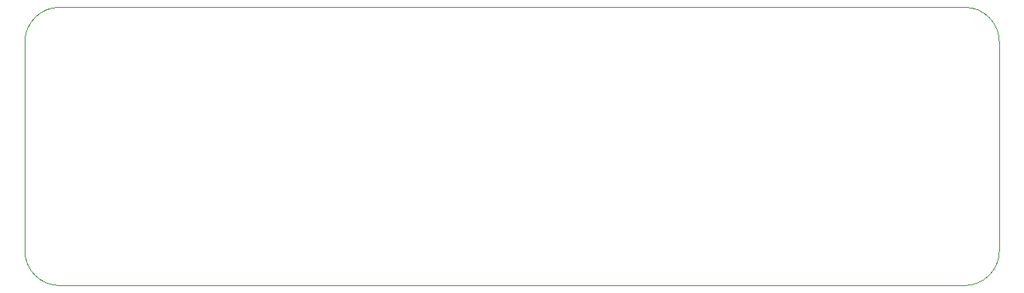
<source format=gm1>
%TF.GenerationSoftware,KiCad,Pcbnew,(6.0.0)*%
%TF.CreationDate,2022-03-13T21:01:20-04:00*%
%TF.ProjectId,panel meter display rev1,70616e65-6c20-46d6-9574-657220646973,rev?*%
%TF.SameCoordinates,Original*%
%TF.FileFunction,Profile,NP*%
%FSLAX46Y46*%
G04 Gerber Fmt 4.6, Leading zero omitted, Abs format (unit mm)*
G04 Created by KiCad (PCBNEW (6.0.0)) date 2022-03-13 21:01:20*
%MOMM*%
%LPD*%
G01*
G04 APERTURE LIST*
%TA.AperFunction,Profile*%
%ADD10C,0.100000*%
%TD*%
G04 APERTURE END LIST*
D10*
X85090000Y-46990000D02*
G75*
G03*
X88900000Y-50800000I3809999J-1D01*
G01*
X187960000Y-50800000D02*
X88900000Y-50800000D01*
X88900000Y-20320000D02*
X187960000Y-20320000D01*
X88900000Y-20320000D02*
G75*
G03*
X85090000Y-24130000I-1J-3809999D01*
G01*
X187960000Y-50800000D02*
G75*
G03*
X191770000Y-46990000I1J3809999D01*
G01*
X191770000Y-24130000D02*
G75*
G03*
X187960000Y-20320000I-3809999J1D01*
G01*
X191770000Y-24130000D02*
X191770000Y-46990000D01*
X85090000Y-46990000D02*
X85090000Y-24130000D01*
M02*

</source>
